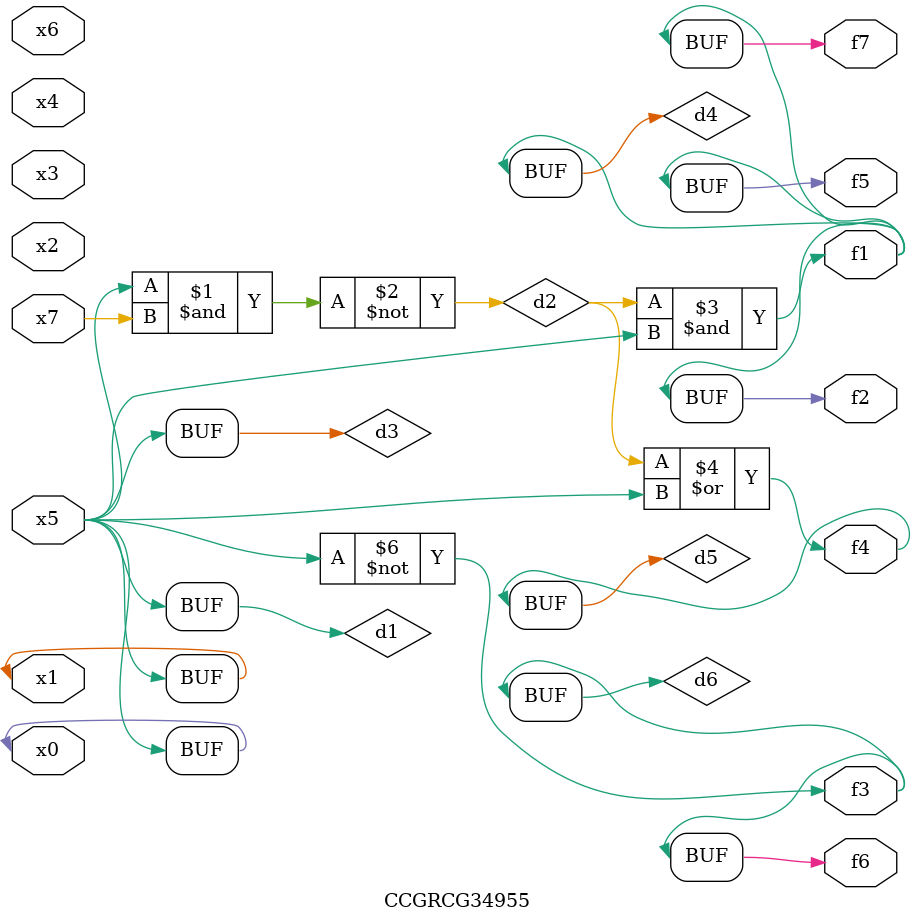
<source format=v>
module CCGRCG34955(
	input x0, x1, x2, x3, x4, x5, x6, x7,
	output f1, f2, f3, f4, f5, f6, f7
);

	wire d1, d2, d3, d4, d5, d6;

	buf (d1, x0, x5);
	nand (d2, x5, x7);
	buf (d3, x0, x1);
	and (d4, d2, d3);
	or (d5, d2, d3);
	nor (d6, d1, d3);
	assign f1 = d4;
	assign f2 = d4;
	assign f3 = d6;
	assign f4 = d5;
	assign f5 = d4;
	assign f6 = d6;
	assign f7 = d4;
endmodule

</source>
